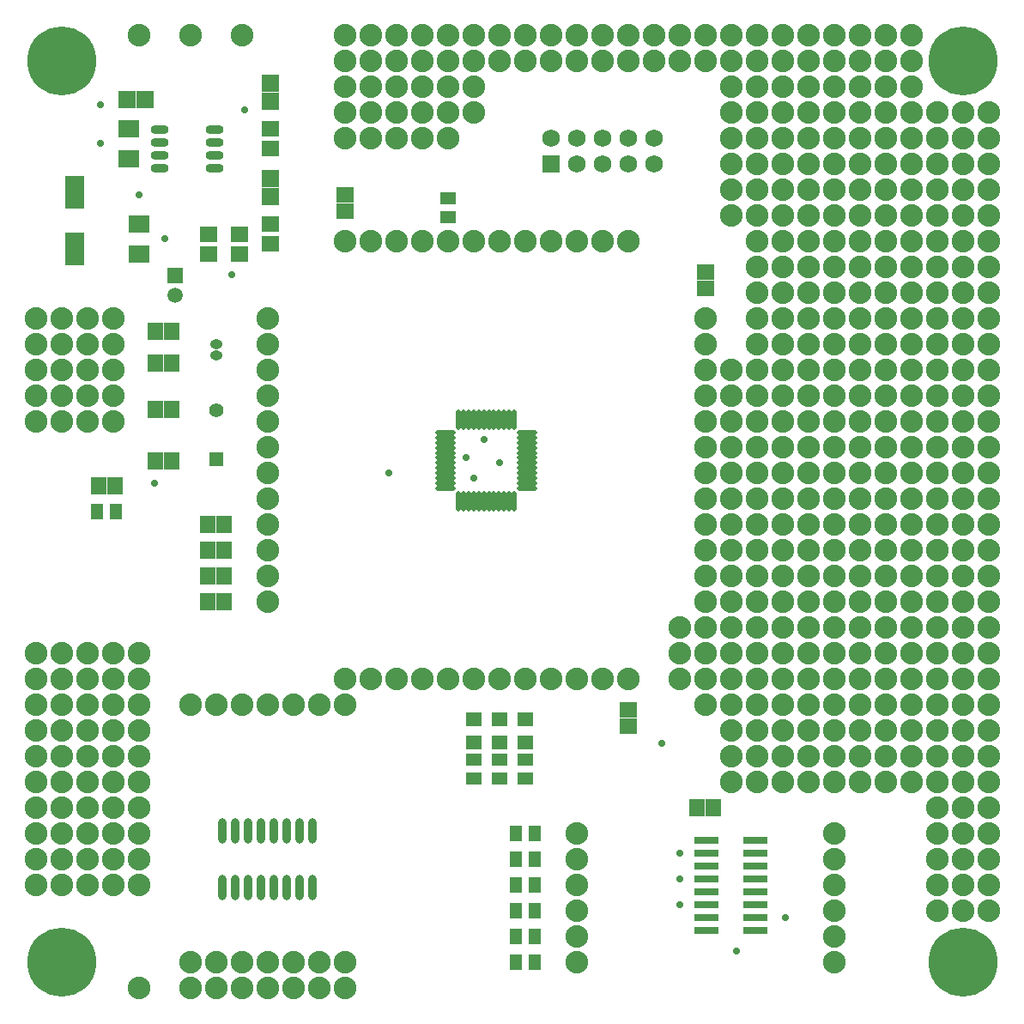
<source format=gts>
G04 Layer_Color=20142*
%FSLAX25Y25*%
%MOIN*%
G70*
G01*
G75*
%ADD44R,0.07493X0.12611*%
%ADD45R,0.08280X0.06706*%
%ADD46R,0.06902X0.06115*%
%ADD47R,0.06902X0.06706*%
%ADD48R,0.06706X0.06902*%
%ADD49R,0.06509X0.05918*%
%ADD50R,0.09461X0.03162*%
%ADD51R,0.05918X0.06509*%
%ADD52O,0.07887X0.01981*%
%ADD53O,0.01981X0.07887*%
%ADD54R,0.04737X0.05918*%
%ADD55R,0.05918X0.04737*%
%ADD56R,0.05918X0.05328*%
%ADD57O,0.07100X0.03200*%
%ADD58O,0.03400X0.09800*%
%ADD59C,0.05918*%
%ADD60R,0.05918X0.05918*%
%ADD61C,0.08800*%
%ADD62C,0.26784*%
%ADD63C,0.06800*%
%ADD64R,0.06800X0.06800*%
%ADD65R,0.05524X0.05524*%
%ADD66C,0.05524*%
%ADD67O,0.04737X0.03753*%
%ADD68C,0.02800*%
D44*
X125000Y419000D02*
D03*
Y397000D02*
D03*
D45*
X150000Y406906D02*
D03*
Y395094D02*
D03*
X146000Y432094D02*
D03*
Y443905D02*
D03*
D46*
X177000Y402839D02*
D03*
Y395161D02*
D03*
X189000Y395161D02*
D03*
Y402839D02*
D03*
X201000Y399000D02*
D03*
Y406677D02*
D03*
Y436161D02*
D03*
Y443839D02*
D03*
D47*
Y417457D02*
D03*
Y424543D02*
D03*
Y454457D02*
D03*
Y461543D02*
D03*
D48*
X152543Y455000D02*
D03*
X145457D02*
D03*
D49*
X370000Y388150D02*
D03*
Y381850D02*
D03*
X340000Y211850D02*
D03*
Y218150D02*
D03*
X230000Y411851D02*
D03*
Y418150D02*
D03*
D50*
X370551Y167500D02*
D03*
Y162500D02*
D03*
Y157500D02*
D03*
Y152500D02*
D03*
Y147500D02*
D03*
Y142500D02*
D03*
Y137500D02*
D03*
Y132500D02*
D03*
X389449Y167500D02*
D03*
Y162500D02*
D03*
Y157500D02*
D03*
Y152500D02*
D03*
Y147500D02*
D03*
Y142500D02*
D03*
Y137500D02*
D03*
Y132500D02*
D03*
D51*
X373150Y180000D02*
D03*
X366850D02*
D03*
X183150Y270000D02*
D03*
X176850D02*
D03*
X183150Y280000D02*
D03*
X176850D02*
D03*
X183150Y260000D02*
D03*
X176850D02*
D03*
X183150Y290000D02*
D03*
X176850D02*
D03*
X140650Y305000D02*
D03*
X134351D02*
D03*
X156421Y314718D02*
D03*
X162721D02*
D03*
X156422Y352718D02*
D03*
X162721D02*
D03*
X156422Y365218D02*
D03*
X162721D02*
D03*
X156421Y334718D02*
D03*
X162721D02*
D03*
D52*
X269055Y325827D02*
D03*
Y323858D02*
D03*
Y321890D02*
D03*
Y319921D02*
D03*
X269055Y317953D02*
D03*
Y315984D02*
D03*
X269055Y314016D02*
D03*
Y312047D02*
D03*
Y310079D02*
D03*
Y308110D02*
D03*
Y306142D02*
D03*
Y304173D02*
D03*
X300945D02*
D03*
X300945Y306142D02*
D03*
X300945Y308110D02*
D03*
Y310079D02*
D03*
Y312047D02*
D03*
Y314016D02*
D03*
X300945Y315984D02*
D03*
Y317953D02*
D03*
X300945Y319921D02*
D03*
Y321890D02*
D03*
Y323858D02*
D03*
X300945Y325827D02*
D03*
D53*
X274173Y299055D02*
D03*
X276142Y299055D02*
D03*
X278110Y299055D02*
D03*
X280079Y299055D02*
D03*
X282047Y299055D02*
D03*
X284016Y299055D02*
D03*
X285984Y299055D02*
D03*
X287953Y299055D02*
D03*
X289921Y299055D02*
D03*
X291890D02*
D03*
X293858Y299055D02*
D03*
X295827Y299055D02*
D03*
Y330945D02*
D03*
X293858D02*
D03*
X291890Y330945D02*
D03*
X289921D02*
D03*
X287953Y330945D02*
D03*
X285984D02*
D03*
X284016D02*
D03*
X282047D02*
D03*
X280079Y330945D02*
D03*
X278110D02*
D03*
X276142Y330945D02*
D03*
X274173D02*
D03*
D54*
X303642Y170000D02*
D03*
X296358D02*
D03*
X303642Y160000D02*
D03*
X296358D02*
D03*
X303642Y150000D02*
D03*
X296358D02*
D03*
X303642Y140000D02*
D03*
X296358D02*
D03*
X303642Y130000D02*
D03*
X296358D02*
D03*
X303642Y120000D02*
D03*
X296358D02*
D03*
X133858Y295000D02*
D03*
X141142D02*
D03*
D55*
X270000Y416642D02*
D03*
Y409358D02*
D03*
X280000Y191358D02*
D03*
X280000Y198642D02*
D03*
X300000Y191358D02*
D03*
Y198642D02*
D03*
X290000Y191358D02*
D03*
Y198642D02*
D03*
D56*
X280000Y214429D02*
D03*
Y205571D02*
D03*
X290000Y214429D02*
D03*
Y205571D02*
D03*
X300000Y214429D02*
D03*
Y205571D02*
D03*
D57*
X179400Y428500D02*
D03*
Y433500D02*
D03*
Y438500D02*
D03*
Y443500D02*
D03*
X158148Y428500D02*
D03*
Y433500D02*
D03*
Y438500D02*
D03*
Y443500D02*
D03*
D58*
X217500Y171000D02*
D03*
X212500D02*
D03*
X207500D02*
D03*
X202500D02*
D03*
X197500D02*
D03*
X192500D02*
D03*
X187500D02*
D03*
X182500D02*
D03*
Y149000D02*
D03*
X187500D02*
D03*
X192500D02*
D03*
X197500D02*
D03*
X202500D02*
D03*
X207500D02*
D03*
X212500D02*
D03*
X217500D02*
D03*
D59*
X164000Y379063D02*
D03*
D60*
Y386937D02*
D03*
D61*
X150000Y480000D02*
D03*
Y110000D02*
D03*
X230000D02*
D03*
Y120000D02*
D03*
X180000D02*
D03*
X170000D02*
D03*
X230000Y220000D02*
D03*
X220000D02*
D03*
X210000D02*
D03*
X200000D02*
D03*
X190000D02*
D03*
X180000D02*
D03*
X170000D02*
D03*
X220000Y110000D02*
D03*
Y120000D02*
D03*
X210000Y110000D02*
D03*
Y120000D02*
D03*
X200000Y110000D02*
D03*
Y120000D02*
D03*
X190000Y110000D02*
D03*
Y120000D02*
D03*
X180000Y110000D02*
D03*
X170000D02*
D03*
X320000Y120000D02*
D03*
Y130000D02*
D03*
Y140000D02*
D03*
Y150000D02*
D03*
Y160000D02*
D03*
Y170000D02*
D03*
X420000Y120000D02*
D03*
Y130000D02*
D03*
Y140000D02*
D03*
Y150000D02*
D03*
Y160000D02*
D03*
Y170000D02*
D03*
X200000Y310000D02*
D03*
X340000Y230000D02*
D03*
X260000D02*
D03*
X240000D02*
D03*
X230000D02*
D03*
X370000Y290000D02*
D03*
X200000Y260000D02*
D03*
Y270000D02*
D03*
Y320000D02*
D03*
Y330000D02*
D03*
Y340000D02*
D03*
Y360000D02*
D03*
X240000Y400000D02*
D03*
X270000D02*
D03*
X370000Y260000D02*
D03*
X370000Y270000D02*
D03*
Y280000D02*
D03*
X200000Y350000D02*
D03*
X370000Y300000D02*
D03*
X310000Y400000D02*
D03*
X370000Y310000D02*
D03*
X370000Y320000D02*
D03*
X370000Y330000D02*
D03*
Y340000D02*
D03*
X370000Y350000D02*
D03*
X340000Y400000D02*
D03*
X330000D02*
D03*
X320000Y400000D02*
D03*
X300000D02*
D03*
X290000Y400000D02*
D03*
X280000Y400000D02*
D03*
X260000D02*
D03*
X250000Y400000D02*
D03*
X370000Y360000D02*
D03*
X320016Y230000D02*
D03*
X310000D02*
D03*
X300000D02*
D03*
X290000D02*
D03*
X280000D02*
D03*
X270000D02*
D03*
X230000Y400000D02*
D03*
X250000Y230000D02*
D03*
X200000Y370000D02*
D03*
Y290000D02*
D03*
X330000Y230000D02*
D03*
X370000Y370000D02*
D03*
X200000Y300000D02*
D03*
Y280000D02*
D03*
X190000Y480000D02*
D03*
X170000D02*
D03*
X390000Y430000D02*
D03*
X400000D02*
D03*
X420000D02*
D03*
X410000D02*
D03*
X450000D02*
D03*
X440000D02*
D03*
X430000D02*
D03*
X460000D02*
D03*
X480000D02*
D03*
X470000D02*
D03*
Y420000D02*
D03*
X480000D02*
D03*
X460000D02*
D03*
X430000D02*
D03*
X440000D02*
D03*
X450000D02*
D03*
X410000D02*
D03*
X420000D02*
D03*
X400000D02*
D03*
X390000D02*
D03*
Y400000D02*
D03*
X400000D02*
D03*
X420000D02*
D03*
X410000D02*
D03*
X450000D02*
D03*
X440000D02*
D03*
X430000D02*
D03*
X460000D02*
D03*
X480000D02*
D03*
X470000D02*
D03*
Y410000D02*
D03*
X480000D02*
D03*
X460000D02*
D03*
X430000D02*
D03*
X440000D02*
D03*
X450000D02*
D03*
X410000D02*
D03*
X420000D02*
D03*
X400000D02*
D03*
X390000D02*
D03*
Y380000D02*
D03*
X400000D02*
D03*
X420000D02*
D03*
X410000D02*
D03*
X450000D02*
D03*
X440000D02*
D03*
X430000D02*
D03*
X460000D02*
D03*
X480000D02*
D03*
X470000D02*
D03*
Y390000D02*
D03*
X480000D02*
D03*
X460000D02*
D03*
X430000D02*
D03*
X440000D02*
D03*
X450000D02*
D03*
X410000D02*
D03*
X420000D02*
D03*
X400000D02*
D03*
X390000D02*
D03*
Y360000D02*
D03*
X400000D02*
D03*
X420000D02*
D03*
X410000D02*
D03*
X450000D02*
D03*
X440000D02*
D03*
X430000D02*
D03*
X460000D02*
D03*
X480000D02*
D03*
X470000D02*
D03*
Y370000D02*
D03*
X480000D02*
D03*
X460000D02*
D03*
X430000D02*
D03*
X440000D02*
D03*
X450000D02*
D03*
X410000D02*
D03*
X420000D02*
D03*
X400000D02*
D03*
X390000D02*
D03*
Y340000D02*
D03*
X400000D02*
D03*
X420000D02*
D03*
X410000D02*
D03*
X450000D02*
D03*
X440000D02*
D03*
X430000D02*
D03*
X460000D02*
D03*
X480000D02*
D03*
X470000D02*
D03*
Y350000D02*
D03*
X480000D02*
D03*
X460000D02*
D03*
X430000D02*
D03*
X440000D02*
D03*
X450000D02*
D03*
X410000D02*
D03*
X420000D02*
D03*
X400000D02*
D03*
X390000D02*
D03*
Y440000D02*
D03*
X400000D02*
D03*
X420000D02*
D03*
X410000D02*
D03*
X450000D02*
D03*
X440000D02*
D03*
X430000D02*
D03*
X460000D02*
D03*
X480000D02*
D03*
X470000D02*
D03*
Y450000D02*
D03*
X480000D02*
D03*
X460000D02*
D03*
X430000D02*
D03*
X440000D02*
D03*
X450000D02*
D03*
X410000D02*
D03*
X420000D02*
D03*
X400000D02*
D03*
X390000D02*
D03*
Y270000D02*
D03*
X400000D02*
D03*
X420000D02*
D03*
X410000D02*
D03*
X450000D02*
D03*
X440000D02*
D03*
X430000D02*
D03*
X460000D02*
D03*
X480000D02*
D03*
X470000D02*
D03*
Y260000D02*
D03*
X480000D02*
D03*
X460000D02*
D03*
X430000D02*
D03*
X440000D02*
D03*
X450000D02*
D03*
X410000D02*
D03*
X420000D02*
D03*
X400000D02*
D03*
X390000D02*
D03*
Y290000D02*
D03*
X400000D02*
D03*
X420000D02*
D03*
X410000D02*
D03*
X450000D02*
D03*
X440000D02*
D03*
X430000D02*
D03*
X460000D02*
D03*
X480000D02*
D03*
X470000D02*
D03*
Y280000D02*
D03*
X480000D02*
D03*
X460000D02*
D03*
X430000D02*
D03*
X440000D02*
D03*
X450000D02*
D03*
X410000D02*
D03*
X420000D02*
D03*
X400000D02*
D03*
X390000D02*
D03*
Y310000D02*
D03*
X400000D02*
D03*
X420000D02*
D03*
X410000D02*
D03*
X450000D02*
D03*
X440000D02*
D03*
X430000D02*
D03*
X460000D02*
D03*
X480000D02*
D03*
X470000D02*
D03*
Y300000D02*
D03*
X480000D02*
D03*
X460000D02*
D03*
X430000D02*
D03*
X440000D02*
D03*
X450000D02*
D03*
X410000D02*
D03*
X420000D02*
D03*
X400000D02*
D03*
X390000D02*
D03*
Y330000D02*
D03*
X400000D02*
D03*
X420000D02*
D03*
X410000D02*
D03*
X450000D02*
D03*
X440000D02*
D03*
X430000D02*
D03*
X460000D02*
D03*
X480000D02*
D03*
X470000D02*
D03*
Y320000D02*
D03*
X480000D02*
D03*
X460000D02*
D03*
X430000D02*
D03*
X440000D02*
D03*
X450000D02*
D03*
X410000D02*
D03*
X420000D02*
D03*
X400000D02*
D03*
X390000D02*
D03*
Y240000D02*
D03*
X400000D02*
D03*
X420000D02*
D03*
X410000D02*
D03*
X450000D02*
D03*
X440000D02*
D03*
X430000D02*
D03*
X460000D02*
D03*
X480000D02*
D03*
X470000D02*
D03*
Y250000D02*
D03*
X480000D02*
D03*
X460000D02*
D03*
X430000D02*
D03*
X440000D02*
D03*
X450000D02*
D03*
X410000D02*
D03*
X420000D02*
D03*
X400000D02*
D03*
X390000D02*
D03*
Y220000D02*
D03*
X400000D02*
D03*
X420000D02*
D03*
X410000D02*
D03*
X450000D02*
D03*
X440000D02*
D03*
X430000D02*
D03*
X460000D02*
D03*
X480000D02*
D03*
X470000D02*
D03*
Y230000D02*
D03*
X480000D02*
D03*
X460000D02*
D03*
X430000D02*
D03*
X440000D02*
D03*
X450000D02*
D03*
X410000D02*
D03*
X420000D02*
D03*
X400000D02*
D03*
X390000D02*
D03*
Y200000D02*
D03*
X400000D02*
D03*
X420000D02*
D03*
X410000D02*
D03*
X450000D02*
D03*
X440000D02*
D03*
X430000D02*
D03*
X460000D02*
D03*
X480000D02*
D03*
X470000D02*
D03*
Y190000D02*
D03*
X480000D02*
D03*
X460000D02*
D03*
X430000D02*
D03*
X440000D02*
D03*
X450000D02*
D03*
X410000D02*
D03*
X420000D02*
D03*
X400000D02*
D03*
X390000D02*
D03*
X470000Y210000D02*
D03*
X480000D02*
D03*
X460000D02*
D03*
X430000D02*
D03*
X440000D02*
D03*
X450000D02*
D03*
X410000D02*
D03*
X420000D02*
D03*
X400000D02*
D03*
X390000D02*
D03*
X380000D02*
D03*
Y190000D02*
D03*
Y200000D02*
D03*
Y230000D02*
D03*
Y220000D02*
D03*
Y250000D02*
D03*
Y240000D02*
D03*
Y320000D02*
D03*
Y330000D02*
D03*
Y300000D02*
D03*
Y310000D02*
D03*
Y280000D02*
D03*
Y290000D02*
D03*
Y260000D02*
D03*
Y270000D02*
D03*
Y350000D02*
D03*
Y340000D02*
D03*
X390000Y480000D02*
D03*
X400000D02*
D03*
X420000D02*
D03*
X410000D02*
D03*
X450000D02*
D03*
X440000D02*
D03*
X430000D02*
D03*
Y470000D02*
D03*
X440000D02*
D03*
X450000D02*
D03*
X410000D02*
D03*
X420000D02*
D03*
X400000D02*
D03*
X390000D02*
D03*
X430000Y460000D02*
D03*
X440000D02*
D03*
X450000D02*
D03*
X410000D02*
D03*
X420000D02*
D03*
X400000D02*
D03*
X390000D02*
D03*
X460000Y150000D02*
D03*
X480000D02*
D03*
X470000D02*
D03*
Y140000D02*
D03*
X480000D02*
D03*
X460000D02*
D03*
Y170000D02*
D03*
X480000D02*
D03*
X470000D02*
D03*
Y160000D02*
D03*
X480000D02*
D03*
X460000D02*
D03*
X470000Y180000D02*
D03*
X480000D02*
D03*
X460000D02*
D03*
X320000Y470000D02*
D03*
X330000D02*
D03*
X350000D02*
D03*
X340000D02*
D03*
X380000D02*
D03*
X370000D02*
D03*
X360000D02*
D03*
Y480000D02*
D03*
X370000D02*
D03*
X380000D02*
D03*
X340000D02*
D03*
X350000D02*
D03*
X330000D02*
D03*
X320000D02*
D03*
X250000Y470000D02*
D03*
X260000D02*
D03*
X280000D02*
D03*
X270000D02*
D03*
X310000D02*
D03*
X300000D02*
D03*
X290000D02*
D03*
Y480000D02*
D03*
X300000D02*
D03*
X310000D02*
D03*
X270000D02*
D03*
X280000D02*
D03*
X260000D02*
D03*
X250000D02*
D03*
X230000Y450000D02*
D03*
X250000D02*
D03*
X240000D02*
D03*
X280000D02*
D03*
X270000D02*
D03*
X260000D02*
D03*
Y460000D02*
D03*
X270000D02*
D03*
X280000D02*
D03*
X240000D02*
D03*
X250000D02*
D03*
X230000D02*
D03*
Y480000D02*
D03*
X240000D02*
D03*
Y470000D02*
D03*
X230000D02*
D03*
X260000Y440000D02*
D03*
X270000D02*
D03*
X240000D02*
D03*
X250000D02*
D03*
X230000D02*
D03*
X380000Y460000D02*
D03*
Y450000D02*
D03*
Y420000D02*
D03*
Y430000D02*
D03*
Y440000D02*
D03*
Y410000D02*
D03*
X370000Y240000D02*
D03*
Y250000D02*
D03*
Y220000D02*
D03*
Y230000D02*
D03*
X360000Y240000D02*
D03*
Y250000D02*
D03*
Y230000D02*
D03*
X120000Y150000D02*
D03*
X110000D02*
D03*
X130000D02*
D03*
X150000D02*
D03*
X140000D02*
D03*
X120000Y170000D02*
D03*
X110000D02*
D03*
X130000D02*
D03*
X150000D02*
D03*
X140000D02*
D03*
Y160000D02*
D03*
X150000D02*
D03*
X130000D02*
D03*
X110000D02*
D03*
X120000D02*
D03*
Y240000D02*
D03*
X110000D02*
D03*
X130000D02*
D03*
X150000D02*
D03*
X140000D02*
D03*
X120000Y220000D02*
D03*
X110000D02*
D03*
X130000D02*
D03*
X150000D02*
D03*
X140000D02*
D03*
Y230000D02*
D03*
X150000D02*
D03*
X130000D02*
D03*
X110000D02*
D03*
X120000D02*
D03*
Y200000D02*
D03*
X110000D02*
D03*
X130000D02*
D03*
X150000D02*
D03*
X140000D02*
D03*
Y210000D02*
D03*
X150000D02*
D03*
X130000D02*
D03*
X110000D02*
D03*
X120000D02*
D03*
Y180000D02*
D03*
X110000D02*
D03*
X130000D02*
D03*
X150000D02*
D03*
X140000D02*
D03*
Y190000D02*
D03*
X150000D02*
D03*
X130000D02*
D03*
X110000D02*
D03*
X120000D02*
D03*
X110000Y360000D02*
D03*
X120000D02*
D03*
X140000D02*
D03*
X130000D02*
D03*
Y350000D02*
D03*
X140000D02*
D03*
X120000D02*
D03*
X110000D02*
D03*
X130000Y370000D02*
D03*
X140000D02*
D03*
X120000D02*
D03*
X110000D02*
D03*
Y330000D02*
D03*
X120000D02*
D03*
X140000D02*
D03*
X130000D02*
D03*
Y340000D02*
D03*
X140000D02*
D03*
X120000D02*
D03*
X110000D02*
D03*
D62*
X470000Y470000D02*
D03*
Y120000D02*
D03*
X120000D02*
D03*
Y470000D02*
D03*
D63*
X350000Y440000D02*
D03*
Y430000D02*
D03*
X340000Y440000D02*
D03*
Y430000D02*
D03*
X310000Y440000D02*
D03*
X320000Y430000D02*
D03*
Y440000D02*
D03*
X330000Y430000D02*
D03*
Y440000D02*
D03*
D64*
X310000Y430000D02*
D03*
D65*
X180000Y315394D02*
D03*
D66*
X180000Y334606D02*
D03*
D67*
X180000Y360165D02*
D03*
Y355835D02*
D03*
D68*
X135000Y438000D02*
D03*
X160000Y401000D02*
D03*
X186000Y387000D02*
D03*
X353000Y205000D02*
D03*
X277000Y316000D02*
D03*
X284000Y323000D02*
D03*
X280000Y308000D02*
D03*
X290000Y314000D02*
D03*
X401098Y137500D02*
D03*
X360115Y142500D02*
D03*
X360106Y152492D02*
D03*
Y162492D02*
D03*
X382106Y124492D02*
D03*
X156000Y306000D02*
D03*
X135000Y453000D02*
D03*
X191000Y451000D02*
D03*
X150000Y418000D02*
D03*
X247000Y310000D02*
D03*
M02*

</source>
